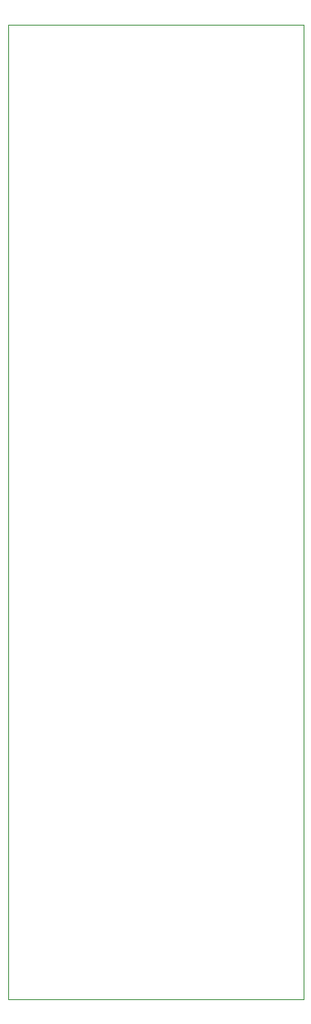
<source format=gbr>
%TF.GenerationSoftware,KiCad,Pcbnew,(6.0.7)*%
%TF.CreationDate,2023-02-07T22:21:13+09:00*%
%TF.ProjectId,scoppy_main,73636f70-7079-45f6-9d61-696e2e6b6963,rev?*%
%TF.SameCoordinates,Original*%
%TF.FileFunction,Profile,NP*%
%FSLAX46Y46*%
G04 Gerber Fmt 4.6, Leading zero omitted, Abs format (unit mm)*
G04 Created by KiCad (PCBNEW (6.0.7)) date 2023-02-07 22:21:13*
%MOMM*%
%LPD*%
G01*
G04 APERTURE LIST*
%TA.AperFunction,Profile*%
%ADD10C,0.100000*%
%TD*%
G04 APERTURE END LIST*
D10*
X157600000Y-60250000D02*
X157600000Y-160250000D01*
X188000000Y-60250000D02*
X188000000Y-160250000D01*
X157600000Y-60250000D02*
X188000000Y-60250000D01*
X157600000Y-160250000D02*
X188000000Y-160250000D01*
M02*

</source>
